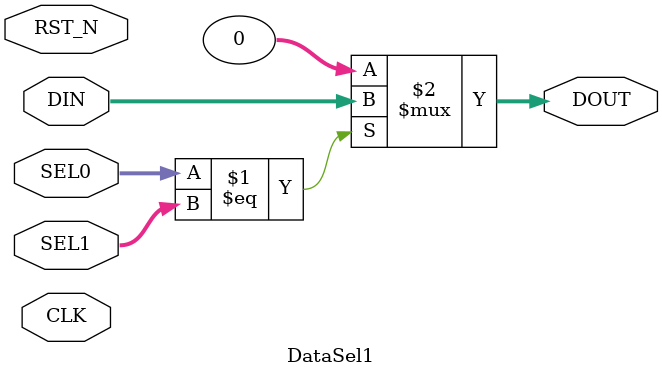
<source format=v>
/*
 * 9つの入力から選択する回路
 */
module DataSel1
  (
   input 		 RST_N,
   input 		 CLK,

   input [3:0] 	 SEL0,
   input [3:0] 	 SEL1,

   input [31:0]  DIN,

   output [31:0] DOUT
   );

   assign DOUT[31:0] = (SEL0[3:0] == SEL1[3:0])?DIN[31:0]:32'd0;
endmodule

</source>
